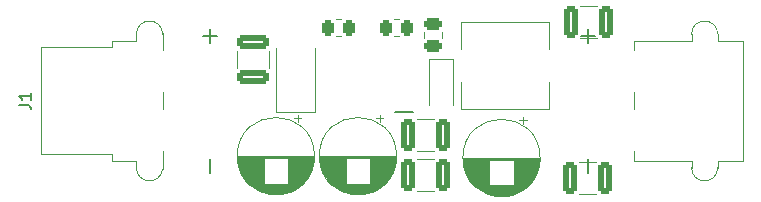
<source format=gto>
G04 #@! TF.GenerationSoftware,KiCad,Pcbnew,(5.99.0-10682-g4bb4606811)*
G04 #@! TF.CreationDate,2021-06-09T14:52:46+02:00*
G04 #@! TF.ProjectId,xl7005-module,786c3730-3035-42d6-9d6f-64756c652e6b,rev?*
G04 #@! TF.SameCoordinates,Original*
G04 #@! TF.FileFunction,Legend,Top*
G04 #@! TF.FilePolarity,Positive*
%FSLAX46Y46*%
G04 Gerber Fmt 4.6, Leading zero omitted, Abs format (unit mm)*
G04 Created by KiCad (PCBNEW (5.99.0-10682-g4bb4606811)) date 2021-06-09 14:52:46*
%MOMM*%
%LPD*%
G01*
G04 APERTURE LIST*
G04 Aperture macros list*
%AMRoundRect*
0 Rectangle with rounded corners*
0 $1 Rounding radius*
0 $2 $3 $4 $5 $6 $7 $8 $9 X,Y pos of 4 corners*
0 Add a 4 corners polygon primitive as box body*
4,1,4,$2,$3,$4,$5,$6,$7,$8,$9,$2,$3,0*
0 Add four circle primitives for the rounded corners*
1,1,$1+$1,$2,$3*
1,1,$1+$1,$4,$5*
1,1,$1+$1,$6,$7*
1,1,$1+$1,$8,$9*
0 Add four rect primitives between the rounded corners*
20,1,$1+$1,$2,$3,$4,$5,0*
20,1,$1+$1,$4,$5,$6,$7,0*
20,1,$1+$1,$6,$7,$8,$9,0*
20,1,$1+$1,$8,$9,$2,$3,0*%
G04 Aperture macros list end*
%ADD10C,0.150000*%
%ADD11C,0.120000*%
%ADD12C,0.200000*%
%ADD13C,1.400000*%
%ADD14R,3.500000X3.500000*%
%ADD15C,3.500000*%
%ADD16R,1.525000X0.700000*%
%ADD17R,2.513000X3.402000*%
%ADD18R,1.600000X1.600000*%
%ADD19C,1.600000*%
%ADD20RoundRect,0.250000X-0.325000X-1.100000X0.325000X-1.100000X0.325000X1.100000X-0.325000X1.100000X0*%
%ADD21RoundRect,0.250000X0.262500X0.450000X-0.262500X0.450000X-0.262500X-0.450000X0.262500X-0.450000X0*%
%ADD22R,1.500000X2.200000*%
%ADD23R,1.200000X0.900000*%
%ADD24RoundRect,0.250000X-1.075000X0.312500X-1.075000X-0.312500X1.075000X-0.312500X1.075000X0.312500X0*%
%ADD25R,1.800000X2.500000*%
%ADD26RoundRect,0.250000X-0.475000X0.250000X-0.475000X-0.250000X0.475000X-0.250000X0.475000X0.250000X0*%
G04 APERTURE END LIST*
D10*
X166607142Y-74071428D02*
X166607142Y-72928571D01*
X166607142Y-63071428D02*
X166607142Y-61928571D01*
X167178571Y-62500000D02*
X166035714Y-62500000D01*
X118452380Y-68333333D02*
X119166666Y-68333333D01*
X119309523Y-68380952D01*
X119404761Y-68476190D01*
X119452380Y-68619047D01*
X119452380Y-68714285D01*
X119452380Y-67333333D02*
X119452380Y-67904761D01*
X119452380Y-67619047D02*
X118452380Y-67619047D01*
X118595238Y-67714285D01*
X118690476Y-67809523D01*
X118738095Y-67904761D01*
X134607142Y-74071428D02*
X134607142Y-72928571D01*
X134607142Y-63071428D02*
X134607142Y-61928571D01*
X135178571Y-62500000D02*
X134035714Y-62500000D01*
D11*
X170490000Y-62940000D02*
X170490000Y-73060000D01*
X175390000Y-62940000D02*
X170490000Y-62940000D01*
X179710000Y-62940000D02*
X179710000Y-73060000D01*
X179710000Y-73060000D02*
X177610000Y-73060000D01*
X179710000Y-62940000D02*
X177610000Y-62940000D01*
X177610000Y-73060000D02*
X177610000Y-73650000D01*
X175390000Y-73060000D02*
X170490000Y-73060000D01*
X175390000Y-73060000D02*
X175390000Y-73650000D01*
X177610000Y-62350000D02*
X177610000Y-62940000D01*
X175390000Y-62350000D02*
X175390000Y-62940000D01*
X177610000Y-73650000D02*
G75*
G02*
X175390000Y-73650000I-1110000J0D01*
G01*
X175390000Y-62350000D02*
G75*
G02*
X177610000Y-62350000I1110000J0D01*
G01*
D12*
X151825000Y-68905000D02*
X150300000Y-68905000D01*
D11*
X143286000Y-73628621D02*
X141240000Y-73628621D01*
X139160000Y-74588621D02*
X137593000Y-74588621D01*
X142966000Y-74348621D02*
X141240000Y-74348621D01*
X139160000Y-73468621D02*
X137069000Y-73468621D01*
X141781000Y-75508621D02*
X138619000Y-75508621D01*
X143233000Y-73788621D02*
X141240000Y-73788621D01*
X139160000Y-74628621D02*
X137622000Y-74628621D01*
X139160000Y-73388621D02*
X137050000Y-73388621D01*
X141709000Y-75548621D02*
X138691000Y-75548621D01*
X139160000Y-74228621D02*
X137366000Y-74228621D01*
X139160000Y-73868621D02*
X137198000Y-73868621D01*
X143056000Y-74188621D02*
X141240000Y-74188621D01*
X139160000Y-73748621D02*
X137153000Y-73748621D01*
X143359000Y-73347621D02*
X141240000Y-73347621D01*
X142684000Y-74748621D02*
X141240000Y-74748621D01*
X141002000Y-75828621D02*
X139398000Y-75828621D01*
X139160000Y-74308621D02*
X137410000Y-74308621D01*
X139160000Y-73267621D02*
X137025000Y-73267621D01*
X139160000Y-73988621D02*
X137248000Y-73988621D01*
X142650000Y-74788621D02*
X141240000Y-74788621D01*
X142543000Y-74908621D02*
X141240000Y-74908621D01*
X143116000Y-74068621D02*
X141240000Y-74068621D01*
X139160000Y-74708621D02*
X137684000Y-74708621D01*
X139160000Y-73187621D02*
X137011000Y-73187621D01*
X139160000Y-74548621D02*
X137564000Y-74548621D01*
X139160000Y-73307621D02*
X137033000Y-73307621D01*
X139160000Y-73027621D02*
X136989000Y-73027621D01*
X139160000Y-74908621D02*
X137857000Y-74908621D01*
X141259000Y-75748621D02*
X139141000Y-75748621D01*
X143428000Y-72787621D02*
X136972000Y-72787621D01*
X141462000Y-75668621D02*
X138938000Y-75668621D01*
X142836000Y-74548621D02*
X141240000Y-74548621D01*
X141850000Y-75468621D02*
X138550000Y-75468621D01*
X141632000Y-75588621D02*
X138768000Y-75588621D01*
X142039000Y-69167380D02*
X142039000Y-69797380D01*
X141976000Y-75388621D02*
X138424000Y-75388621D01*
X139160000Y-73788621D02*
X137167000Y-73788621D01*
X142337000Y-75108621D02*
X138063000Y-75108621D01*
X140833000Y-75868621D02*
X139567000Y-75868621D01*
X143424000Y-72867621D02*
X136976000Y-72867621D01*
X142424000Y-75028621D02*
X137976000Y-75028621D01*
X143406000Y-73067621D02*
X141240000Y-73067621D01*
X143261000Y-73708621D02*
X141240000Y-73708621D01*
X143170000Y-73948621D02*
X141240000Y-73948621D01*
X141914000Y-75428621D02*
X138486000Y-75428621D01*
X139160000Y-73347621D02*
X137041000Y-73347621D01*
X142864000Y-74508621D02*
X141240000Y-74508621D01*
X139160000Y-72907621D02*
X136978000Y-72907621D01*
X143247000Y-73748621D02*
X141240000Y-73748621D01*
X140602000Y-75908621D02*
X139798000Y-75908621D01*
X142354000Y-69482380D02*
X141724000Y-69482380D01*
X143202000Y-73868621D02*
X141240000Y-73868621D01*
X139160000Y-74428621D02*
X137484000Y-74428621D01*
X142890000Y-74468621D02*
X141240000Y-74468621D01*
X142580000Y-74868621D02*
X141240000Y-74868621D01*
X139160000Y-74948621D02*
X137895000Y-74948621D01*
X142144000Y-75268621D02*
X138256000Y-75268621D01*
X142244000Y-75188621D02*
X138156000Y-75188621D01*
X139160000Y-73668621D02*
X137126000Y-73668621D01*
X139160000Y-73067621D02*
X136994000Y-73067621D01*
X139160000Y-74668621D02*
X137652000Y-74668621D01*
X143430000Y-72707621D02*
X136970000Y-72707621D01*
X143096000Y-74108621D02*
X141240000Y-74108621D01*
X142616000Y-74828621D02*
X141240000Y-74828621D01*
X143186000Y-73908621D02*
X141240000Y-73908621D01*
X143218000Y-73828621D02*
X141240000Y-73828621D01*
X139160000Y-73227621D02*
X137018000Y-73227621D01*
X139160000Y-74468621D02*
X137510000Y-74468621D01*
X139160000Y-73508621D02*
X137079000Y-73508621D01*
X143310000Y-73548621D02*
X141240000Y-73548621D01*
X143427000Y-72827621D02*
X136973000Y-72827621D01*
X139160000Y-74268621D02*
X137388000Y-74268621D01*
X139160000Y-74868621D02*
X137820000Y-74868621D01*
X142292000Y-75148621D02*
X138108000Y-75148621D01*
X143367000Y-73307621D02*
X141240000Y-73307621D01*
X143298000Y-73588621D02*
X141240000Y-73588621D01*
X143430000Y-72667621D02*
X136970000Y-72667621D01*
X143034000Y-74228621D02*
X141240000Y-74228621D01*
X142090000Y-75308621D02*
X138310000Y-75308621D01*
X143134000Y-74028621D02*
X141240000Y-74028621D01*
X141140000Y-75788621D02*
X139260000Y-75788621D01*
X142990000Y-74308621D02*
X141240000Y-74308621D01*
X139160000Y-73708621D02*
X137139000Y-73708621D01*
X139160000Y-73548621D02*
X137090000Y-73548621D01*
X142195000Y-75228621D02*
X138205000Y-75228621D01*
X139160000Y-74148621D02*
X137324000Y-74148621D01*
X139160000Y-74068621D02*
X137284000Y-74068621D01*
X139160000Y-74028621D02*
X137266000Y-74028621D01*
X139160000Y-74388621D02*
X137458000Y-74388621D01*
X142716000Y-74708621D02*
X141240000Y-74708621D01*
X139160000Y-74108621D02*
X137304000Y-74108621D01*
X142942000Y-74388621D02*
X141240000Y-74388621D01*
X141550000Y-75628621D02*
X138850000Y-75628621D01*
X143350000Y-73388621D02*
X141240000Y-73388621D01*
X142916000Y-74428621D02*
X141240000Y-74428621D01*
X143152000Y-73988621D02*
X141240000Y-73988621D01*
X139160000Y-74188621D02*
X137344000Y-74188621D01*
X142465000Y-74988621D02*
X137935000Y-74988621D01*
X139160000Y-74788621D02*
X137750000Y-74788621D01*
X143341000Y-73428621D02*
X141240000Y-73428621D01*
X139160000Y-72987621D02*
X136985000Y-72987621D01*
X143395000Y-73147621D02*
X141240000Y-73147621D01*
X143430000Y-72747621D02*
X136970000Y-72747621D01*
X139160000Y-73948621D02*
X137230000Y-73948621D01*
X143321000Y-73508621D02*
X141240000Y-73508621D01*
X139160000Y-73107621D02*
X136999000Y-73107621D01*
X143331000Y-73468621D02*
X141240000Y-73468621D01*
X143401000Y-73107621D02*
X141240000Y-73107621D01*
X143422000Y-72907621D02*
X141240000Y-72907621D01*
X143076000Y-74148621D02*
X141240000Y-74148621D01*
X139160000Y-73628621D02*
X137114000Y-73628621D01*
X139160000Y-73828621D02*
X137182000Y-73828621D01*
X142505000Y-74948621D02*
X141240000Y-74948621D01*
X142748000Y-74668621D02*
X141240000Y-74668621D01*
X139160000Y-74348621D02*
X137434000Y-74348621D01*
X143418000Y-72947621D02*
X141240000Y-72947621D01*
X142034000Y-75348621D02*
X138366000Y-75348621D01*
X139160000Y-73588621D02*
X137102000Y-73588621D01*
X139160000Y-72947621D02*
X136982000Y-72947621D01*
X142778000Y-74628621D02*
X141240000Y-74628621D01*
X143411000Y-73027621D02*
X141240000Y-73027621D01*
X139160000Y-74508621D02*
X137536000Y-74508621D01*
X139160000Y-74828621D02*
X137784000Y-74828621D01*
X143389000Y-73187621D02*
X141240000Y-73187621D01*
X141365000Y-75708621D02*
X139035000Y-75708621D01*
X143274000Y-73668621D02*
X141240000Y-73668621D01*
X143012000Y-74268621D02*
X141240000Y-74268621D01*
X143375000Y-73267621D02*
X141240000Y-73267621D01*
X139160000Y-74748621D02*
X137716000Y-74748621D01*
X143382000Y-73227621D02*
X141240000Y-73227621D01*
X142807000Y-74588621D02*
X141240000Y-74588621D01*
X139160000Y-73147621D02*
X137005000Y-73147621D01*
X139160000Y-73428621D02*
X137059000Y-73428621D01*
X139160000Y-73908621D02*
X137214000Y-73908621D01*
X142382000Y-75068621D02*
X138018000Y-75068621D01*
X143415000Y-72987621D02*
X141240000Y-72987621D01*
X143470000Y-72667621D02*
G75*
G03*
X143470000Y-72667621I-3270000J0D01*
G01*
X158260000Y-73217621D02*
X156094000Y-73217621D01*
X162450000Y-73538621D02*
X160340000Y-73538621D01*
X158260000Y-73377621D02*
X156118000Y-73377621D01*
X158260000Y-74498621D02*
X156534000Y-74498621D01*
X158260000Y-74738621D02*
X156693000Y-74738621D01*
X158260000Y-74778621D02*
X156722000Y-74778621D01*
X162511000Y-73177621D02*
X160340000Y-73177621D01*
X158260000Y-74458621D02*
X156510000Y-74458621D01*
X162176000Y-74298621D02*
X160340000Y-74298621D01*
X161139000Y-69317380D02*
X161139000Y-69947380D01*
X162518000Y-73097621D02*
X160340000Y-73097621D01*
X158260000Y-73658621D02*
X156179000Y-73658621D01*
X158260000Y-73978621D02*
X156282000Y-73978621D01*
X161680000Y-75018621D02*
X160340000Y-75018621D01*
X162431000Y-73618621D02*
X160340000Y-73618621D01*
X158260000Y-73097621D02*
X156082000Y-73097621D01*
X158260000Y-74938621D02*
X156850000Y-74938621D01*
X158260000Y-75058621D02*
X156957000Y-75058621D01*
X162234000Y-74178621D02*
X160340000Y-74178621D01*
X158260000Y-73778621D02*
X156214000Y-73778621D01*
X160465000Y-75858621D02*
X158135000Y-75858621D01*
X162489000Y-73337621D02*
X160340000Y-73337621D01*
X161716000Y-74978621D02*
X160340000Y-74978621D01*
X158260000Y-74978621D02*
X156884000Y-74978621D01*
X162495000Y-73297621D02*
X160340000Y-73297621D01*
X161907000Y-74738621D02*
X160340000Y-74738621D01*
X161643000Y-75058621D02*
X160340000Y-75058621D01*
X161878000Y-74778621D02*
X160340000Y-74778621D01*
X158260000Y-75098621D02*
X156995000Y-75098621D01*
X158260000Y-74178621D02*
X156366000Y-74178621D01*
X158260000Y-74618621D02*
X156610000Y-74618621D01*
X161134000Y-75498621D02*
X157466000Y-75498621D01*
X158260000Y-73858621D02*
X156239000Y-73858621D01*
X161076000Y-75538621D02*
X157524000Y-75538621D01*
X158260000Y-73297621D02*
X156105000Y-73297621D01*
X162530000Y-72817621D02*
X156070000Y-72817621D01*
X158260000Y-74258621D02*
X156404000Y-74258621D01*
X158260000Y-74218621D02*
X156384000Y-74218621D01*
X162042000Y-74538621D02*
X160340000Y-74538621D01*
X158260000Y-75018621D02*
X156920000Y-75018621D01*
X162467000Y-73457621D02*
X160340000Y-73457621D01*
X162361000Y-73858621D02*
X160340000Y-73858621D01*
X161014000Y-75578621D02*
X157586000Y-75578621D01*
X162090000Y-74458621D02*
X160340000Y-74458621D01*
X161936000Y-74698621D02*
X160340000Y-74698621D01*
X162515000Y-73137621D02*
X160340000Y-73137621D01*
X162506000Y-73217621D02*
X160340000Y-73217621D01*
X158260000Y-74818621D02*
X156752000Y-74818621D01*
X158260000Y-73137621D02*
X156085000Y-73137621D01*
X159933000Y-76018621D02*
X158667000Y-76018621D01*
X162112000Y-74418621D02*
X160340000Y-74418621D01*
X158260000Y-73257621D02*
X156099000Y-73257621D01*
X161605000Y-75098621D02*
X160340000Y-75098621D01*
X162318000Y-73978621D02*
X160340000Y-73978621D01*
X158260000Y-74338621D02*
X156444000Y-74338621D01*
X159702000Y-76058621D02*
X158898000Y-76058621D01*
X158260000Y-74298621D02*
X156424000Y-74298621D01*
X158260000Y-74578621D02*
X156584000Y-74578621D01*
X162156000Y-74338621D02*
X160340000Y-74338621D01*
X158260000Y-73938621D02*
X156267000Y-73938621D01*
X158260000Y-74378621D02*
X156466000Y-74378621D01*
X158260000Y-73337621D02*
X156111000Y-73337621D01*
X162016000Y-74578621D02*
X160340000Y-74578621D01*
X161344000Y-75338621D02*
X157256000Y-75338621D01*
X158260000Y-73538621D02*
X156150000Y-73538621D01*
X162530000Y-72897621D02*
X156070000Y-72897621D01*
X160240000Y-75938621D02*
X158360000Y-75938621D01*
X162398000Y-73738621D02*
X160340000Y-73738621D01*
X161964000Y-74658621D02*
X160340000Y-74658621D01*
X162347000Y-73898621D02*
X160340000Y-73898621D01*
X162196000Y-74258621D02*
X160340000Y-74258621D01*
X160359000Y-75898621D02*
X158241000Y-75898621D01*
X162522000Y-73057621D02*
X160340000Y-73057621D01*
X162421000Y-73658621D02*
X160340000Y-73658621D01*
X161784000Y-74898621D02*
X160340000Y-74898621D01*
X158260000Y-73618621D02*
X156169000Y-73618621D01*
X162270000Y-74098621D02*
X160340000Y-74098621D01*
X158260000Y-73898621D02*
X156253000Y-73898621D01*
X158260000Y-73057621D02*
X156078000Y-73057621D01*
X158260000Y-74138621D02*
X156348000Y-74138621D01*
X160732000Y-75738621D02*
X157868000Y-75738621D01*
X161750000Y-74938621D02*
X160340000Y-74938621D01*
X161565000Y-75138621D02*
X157035000Y-75138621D01*
X161437000Y-75258621D02*
X157163000Y-75258621D01*
X160102000Y-75978621D02*
X158498000Y-75978621D01*
X162302000Y-74018621D02*
X160340000Y-74018621D01*
X161524000Y-75178621D02*
X157076000Y-75178621D01*
X162530000Y-72857621D02*
X156070000Y-72857621D01*
X158260000Y-73177621D02*
X156089000Y-73177621D01*
X162386000Y-73778621D02*
X160340000Y-73778621D01*
X161454000Y-69632380D02*
X160824000Y-69632380D01*
X162501000Y-73257621D02*
X160340000Y-73257621D01*
X158260000Y-74058621D02*
X156314000Y-74058621D01*
X160650000Y-75778621D02*
X157950000Y-75778621D01*
X158260000Y-73578621D02*
X156159000Y-73578621D01*
X158260000Y-74018621D02*
X156298000Y-74018621D01*
X162286000Y-74058621D02*
X160340000Y-74058621D01*
X158260000Y-73417621D02*
X156125000Y-73417621D01*
X160881000Y-75658621D02*
X157719000Y-75658621D01*
X161816000Y-74858621D02*
X160340000Y-74858621D01*
X162410000Y-73698621D02*
X160340000Y-73698621D01*
X158260000Y-74658621D02*
X156636000Y-74658621D01*
X158260000Y-74418621D02*
X156488000Y-74418621D01*
X162475000Y-73417621D02*
X160340000Y-73417621D01*
X162527000Y-72977621D02*
X156073000Y-72977621D01*
X162459000Y-73497621D02*
X160340000Y-73497621D01*
X162524000Y-73017621D02*
X156076000Y-73017621D01*
X160809000Y-75698621D02*
X157791000Y-75698621D01*
X162441000Y-73578621D02*
X160340000Y-73578621D01*
X162528000Y-72937621D02*
X156072000Y-72937621D01*
X162374000Y-73818621D02*
X160340000Y-73818621D01*
X161244000Y-75418621D02*
X157356000Y-75418621D01*
X160562000Y-75818621D02*
X158038000Y-75818621D01*
X161990000Y-74618621D02*
X160340000Y-74618621D01*
X162482000Y-73377621D02*
X160340000Y-73377621D01*
X161190000Y-75458621D02*
X157410000Y-75458621D01*
X158260000Y-74538621D02*
X156558000Y-74538621D01*
X162333000Y-73938621D02*
X160340000Y-73938621D01*
X160950000Y-75618621D02*
X157650000Y-75618621D01*
X162252000Y-74138621D02*
X160340000Y-74138621D01*
X158260000Y-74698621D02*
X156664000Y-74698621D01*
X162216000Y-74218621D02*
X160340000Y-74218621D01*
X161295000Y-75378621D02*
X157305000Y-75378621D01*
X158260000Y-73818621D02*
X156226000Y-73818621D01*
X162134000Y-74378621D02*
X160340000Y-74378621D01*
X158260000Y-73497621D02*
X156141000Y-73497621D01*
X161848000Y-74818621D02*
X160340000Y-74818621D01*
X161482000Y-75218621D02*
X157118000Y-75218621D01*
X158260000Y-73698621D02*
X156190000Y-73698621D01*
X162066000Y-74498621D02*
X160340000Y-74498621D01*
X161392000Y-75298621D02*
X157208000Y-75298621D01*
X158260000Y-74898621D02*
X156816000Y-74898621D01*
X158260000Y-74098621D02*
X156330000Y-74098621D01*
X158260000Y-73457621D02*
X156133000Y-73457621D01*
X158260000Y-74858621D02*
X156784000Y-74858621D01*
X158260000Y-73738621D02*
X156202000Y-73738621D01*
X162570000Y-72817621D02*
G75*
G03*
X162570000Y-72817621I-3270000J0D01*
G01*
X152188748Y-69540000D02*
X153611252Y-69540000D01*
X152188748Y-72260000D02*
X153611252Y-72260000D01*
X152188748Y-75660000D02*
X153611252Y-75660000D01*
X152188748Y-72940000D02*
X153611252Y-72940000D01*
X150627064Y-61065000D02*
X150172936Y-61065000D01*
X150627064Y-62535000D02*
X150172936Y-62535000D01*
X163300000Y-66400000D02*
X163300000Y-68700000D01*
X163300000Y-61300000D02*
X163300000Y-63600000D01*
X155900000Y-63600000D02*
X155900000Y-61300000D01*
X163300000Y-68700000D02*
X155900000Y-68700000D01*
X155900000Y-68700000D02*
X155900000Y-66400000D01*
X155900000Y-61300000D02*
X163300000Y-61300000D01*
X155200000Y-64450000D02*
X153200000Y-64450000D01*
X153200000Y-64450000D02*
X153200000Y-68350000D01*
X155200000Y-64450000D02*
X155200000Y-68350000D01*
X139655000Y-63776263D02*
X139655000Y-65223737D01*
X136945000Y-63776263D02*
X136945000Y-65223737D01*
X146110000Y-73828621D02*
X144132000Y-73828621D01*
X149566000Y-74828621D02*
X148190000Y-74828621D01*
X149940000Y-74308621D02*
X148190000Y-74308621D01*
X150168000Y-73828621D02*
X148190000Y-73828621D01*
X150224000Y-73668621D02*
X148190000Y-73668621D01*
X150300000Y-73388621D02*
X148190000Y-73388621D01*
X146110000Y-72987621D02*
X143935000Y-72987621D01*
X150006000Y-74188621D02*
X148190000Y-74188621D01*
X148315000Y-75708621D02*
X145985000Y-75708621D01*
X149757000Y-74588621D02*
X148190000Y-74588621D01*
X150271000Y-73508621D02*
X148190000Y-73508621D01*
X146110000Y-74548621D02*
X144514000Y-74548621D01*
X148926000Y-75388621D02*
X145374000Y-75388621D01*
X150380000Y-72667621D02*
X143920000Y-72667621D01*
X148090000Y-75788621D02*
X146210000Y-75788621D01*
X149332000Y-75068621D02*
X144968000Y-75068621D01*
X147552000Y-75908621D02*
X146748000Y-75908621D01*
X149728000Y-74628621D02*
X148190000Y-74628621D01*
X146110000Y-73347621D02*
X143991000Y-73347621D01*
X148989000Y-69167380D02*
X148989000Y-69797380D01*
X150281000Y-73468621D02*
X148190000Y-73468621D01*
X146110000Y-74588621D02*
X144543000Y-74588621D01*
X150380000Y-72747621D02*
X143920000Y-72747621D01*
X146110000Y-74628621D02*
X144572000Y-74628621D01*
X150356000Y-73067621D02*
X148190000Y-73067621D01*
X150026000Y-74148621D02*
X148190000Y-74148621D01*
X149287000Y-75108621D02*
X145013000Y-75108621D01*
X146110000Y-74788621D02*
X144700000Y-74788621D01*
X150236000Y-73628621D02*
X148190000Y-73628621D01*
X146110000Y-72947621D02*
X143932000Y-72947621D01*
X146110000Y-74188621D02*
X144294000Y-74188621D01*
X150066000Y-74068621D02*
X148190000Y-74068621D01*
X150260000Y-73548621D02*
X148190000Y-73548621D01*
X149634000Y-74748621D02*
X148190000Y-74748621D01*
X146110000Y-73428621D02*
X144009000Y-73428621D01*
X149892000Y-74388621D02*
X148190000Y-74388621D01*
X146110000Y-74388621D02*
X144408000Y-74388621D01*
X146110000Y-74708621D02*
X144634000Y-74708621D01*
X146110000Y-73908621D02*
X144164000Y-73908621D01*
X149866000Y-74428621D02*
X148190000Y-74428621D01*
X146110000Y-74108621D02*
X144254000Y-74108621D01*
X149040000Y-75308621D02*
X145260000Y-75308621D01*
X146110000Y-74508621D02*
X144486000Y-74508621D01*
X146110000Y-73067621D02*
X143944000Y-73067621D01*
X146110000Y-74908621D02*
X144807000Y-74908621D01*
X146110000Y-73388621D02*
X144000000Y-73388621D01*
X149786000Y-74548621D02*
X148190000Y-74548621D01*
X150374000Y-72867621D02*
X143926000Y-72867621D01*
X150317000Y-73307621D02*
X148190000Y-73307621D01*
X150183000Y-73788621D02*
X148190000Y-73788621D01*
X150309000Y-73347621D02*
X148190000Y-73347621D01*
X150136000Y-73908621D02*
X148190000Y-73908621D01*
X149374000Y-75028621D02*
X144926000Y-75028621D01*
X150120000Y-73948621D02*
X148190000Y-73948621D01*
X149698000Y-74668621D02*
X148190000Y-74668621D01*
X150046000Y-74108621D02*
X148190000Y-74108621D01*
X149962000Y-74268621D02*
X148190000Y-74268621D01*
X149840000Y-74468621D02*
X148190000Y-74468621D01*
X150248000Y-73588621D02*
X148190000Y-73588621D01*
X149145000Y-75228621D02*
X145155000Y-75228621D01*
X146110000Y-73227621D02*
X143968000Y-73227621D01*
X147952000Y-75828621D02*
X146348000Y-75828621D01*
X150211000Y-73708621D02*
X148190000Y-73708621D01*
X148209000Y-75748621D02*
X146091000Y-75748621D01*
X150325000Y-73267621D02*
X148190000Y-73267621D01*
X146110000Y-74148621D02*
X144274000Y-74148621D01*
X149493000Y-74908621D02*
X148190000Y-74908621D01*
X146110000Y-74468621D02*
X144460000Y-74468621D01*
X146110000Y-73748621D02*
X144103000Y-73748621D01*
X149666000Y-74708621D02*
X148190000Y-74708621D01*
X150351000Y-73107621D02*
X148190000Y-73107621D01*
X146110000Y-73988621D02*
X144198000Y-73988621D01*
X149304000Y-69482380D02*
X148674000Y-69482380D01*
X149242000Y-75148621D02*
X145058000Y-75148621D01*
X148984000Y-75348621D02*
X145316000Y-75348621D01*
X146110000Y-73307621D02*
X143983000Y-73307621D01*
X148864000Y-75428621D02*
X145436000Y-75428621D01*
X149600000Y-74788621D02*
X148190000Y-74788621D01*
X150368000Y-72947621D02*
X148190000Y-72947621D01*
X150339000Y-73187621D02*
X148190000Y-73187621D01*
X146110000Y-74428621D02*
X144434000Y-74428621D01*
X146110000Y-74068621D02*
X144234000Y-74068621D01*
X149194000Y-75188621D02*
X145106000Y-75188621D01*
X147783000Y-75868621D02*
X146517000Y-75868621D01*
X146110000Y-73588621D02*
X144052000Y-73588621D01*
X146110000Y-74268621D02*
X144338000Y-74268621D01*
X150345000Y-73147621D02*
X148190000Y-73147621D01*
X150365000Y-72987621D02*
X148190000Y-72987621D01*
X146110000Y-73948621D02*
X144180000Y-73948621D01*
X146110000Y-74228621D02*
X144316000Y-74228621D01*
X146110000Y-74308621D02*
X144360000Y-74308621D01*
X148731000Y-75508621D02*
X145569000Y-75508621D01*
X146110000Y-73868621D02*
X144148000Y-73868621D01*
X146110000Y-74828621D02*
X144734000Y-74828621D01*
X150291000Y-73428621D02*
X148190000Y-73428621D01*
X146110000Y-74948621D02*
X144845000Y-74948621D01*
X149455000Y-74948621D02*
X148190000Y-74948621D01*
X146110000Y-73107621D02*
X143949000Y-73107621D01*
X146110000Y-74868621D02*
X144770000Y-74868621D01*
X146110000Y-73668621D02*
X144076000Y-73668621D01*
X150332000Y-73227621D02*
X148190000Y-73227621D01*
X146110000Y-73628621D02*
X144064000Y-73628621D01*
X150152000Y-73868621D02*
X148190000Y-73868621D01*
X146110000Y-73788621D02*
X144117000Y-73788621D01*
X149984000Y-74228621D02*
X148190000Y-74228621D01*
X146110000Y-74748621D02*
X144666000Y-74748621D01*
X149814000Y-74508621D02*
X148190000Y-74508621D01*
X148800000Y-75468621D02*
X145500000Y-75468621D01*
X146110000Y-73147621D02*
X143955000Y-73147621D01*
X150361000Y-73027621D02*
X148190000Y-73027621D01*
X146110000Y-73267621D02*
X143975000Y-73267621D01*
X146110000Y-73548621D02*
X144040000Y-73548621D01*
X148582000Y-75588621D02*
X145718000Y-75588621D01*
X149916000Y-74348621D02*
X148190000Y-74348621D01*
X146110000Y-74348621D02*
X144384000Y-74348621D01*
X146110000Y-73468621D02*
X144019000Y-73468621D01*
X150378000Y-72787621D02*
X143922000Y-72787621D01*
X148659000Y-75548621D02*
X145641000Y-75548621D01*
X150377000Y-72827621D02*
X143923000Y-72827621D01*
X148412000Y-75668621D02*
X145888000Y-75668621D01*
X146110000Y-73187621D02*
X143961000Y-73187621D01*
X150197000Y-73748621D02*
X148190000Y-73748621D01*
X146110000Y-74668621D02*
X144602000Y-74668621D01*
X150372000Y-72907621D02*
X148190000Y-72907621D01*
X146110000Y-72907621D02*
X143928000Y-72907621D01*
X149530000Y-74868621D02*
X148190000Y-74868621D01*
X146110000Y-73508621D02*
X144029000Y-73508621D01*
X146110000Y-73027621D02*
X143939000Y-73027621D01*
X148500000Y-75628621D02*
X145800000Y-75628621D01*
X146110000Y-74028621D02*
X144216000Y-74028621D01*
X150084000Y-74028621D02*
X148190000Y-74028621D01*
X149094000Y-75268621D02*
X145206000Y-75268621D01*
X149415000Y-74988621D02*
X144885000Y-74988621D01*
X150102000Y-73988621D02*
X148190000Y-73988621D01*
X146110000Y-73708621D02*
X144089000Y-73708621D01*
X150380000Y-72707621D02*
X143920000Y-72707621D01*
X150420000Y-72667621D02*
G75*
G03*
X150420000Y-72667621I-3270000J0D01*
G01*
X165888748Y-75910000D02*
X167311252Y-75910000D01*
X165888748Y-73190000D02*
X167311252Y-73190000D01*
X143550000Y-68900000D02*
X143550000Y-63500000D01*
X140250000Y-68900000D02*
X143550000Y-68900000D01*
X140250000Y-68900000D02*
X140250000Y-63500000D01*
X126340000Y-62940000D02*
X128390000Y-62940000D01*
X120340000Y-72530000D02*
X126340000Y-72530000D01*
X126340000Y-73060000D02*
X128390000Y-73060000D01*
X126340000Y-63470000D02*
X126340000Y-62940000D01*
X128390000Y-62940000D02*
X128390000Y-62240000D01*
X120340000Y-72530000D02*
X120340000Y-63500000D01*
X120340000Y-63470000D02*
X126340000Y-63470000D01*
X128390000Y-73760000D02*
X128390000Y-73060000D01*
X126340000Y-73060000D02*
X126340000Y-72530000D01*
X130610000Y-73760000D02*
X130610000Y-62240000D01*
X130596635Y-73821729D02*
G75*
G02*
X128390000Y-73650000I-1096635J171729D01*
G01*
X128390000Y-62350000D02*
G75*
G02*
X130610000Y-62350000I1110000J0D01*
G01*
X145727064Y-61065000D02*
X145272936Y-61065000D01*
X145727064Y-62535000D02*
X145272936Y-62535000D01*
X154235000Y-62138748D02*
X154235000Y-62661252D01*
X152765000Y-62138748D02*
X152765000Y-62661252D01*
X165938748Y-62660000D02*
X167361252Y-62660000D01*
X165938748Y-59940000D02*
X167361252Y-59940000D01*
%LPC*%
D13*
X176500000Y-62500000D03*
X176500000Y-73500000D03*
D14*
X166500000Y-70500000D03*
D15*
X166500000Y-65500000D03*
D16*
X151062000Y-68205000D03*
X151062000Y-66935000D03*
X151062000Y-65665000D03*
X151062000Y-64395000D03*
X145638000Y-64395000D03*
X145638000Y-65665000D03*
X145638000Y-66935000D03*
X145638000Y-68205000D03*
D17*
X148350000Y-66300000D03*
D18*
X140200000Y-71417621D03*
D19*
X140200000Y-73917621D03*
D18*
X159300000Y-71567621D03*
D19*
X159300000Y-74067621D03*
D20*
X151425000Y-70900000D03*
X154375000Y-70900000D03*
X151425000Y-74300000D03*
X154375000Y-74300000D03*
D21*
X151312500Y-61800000D03*
X149487500Y-61800000D03*
D22*
X162800000Y-65000000D03*
X156400000Y-65000000D03*
D23*
X154200000Y-65050000D03*
X154200000Y-68350000D03*
D24*
X138300000Y-63037500D03*
X138300000Y-65962500D03*
D18*
X147150000Y-71417621D03*
D19*
X147150000Y-73917621D03*
D20*
X168075000Y-74550000D03*
X165125000Y-74550000D03*
D25*
X141900000Y-67500000D03*
X141900000Y-63500000D03*
D13*
X129500000Y-73500000D03*
X129500000Y-62500000D03*
D14*
X134500000Y-70500000D03*
D15*
X134500000Y-65500000D03*
D21*
X146412500Y-61800000D03*
X144587500Y-61800000D03*
D26*
X153500000Y-61450000D03*
X153500000Y-63350000D03*
D20*
X165175000Y-61300000D03*
X168125000Y-61300000D03*
G36*
X172362170Y-68752421D02*
G01*
X172421089Y-68764140D01*
X172466512Y-68782955D01*
X172505939Y-68809300D01*
X172540700Y-68844061D01*
X172567045Y-68883488D01*
X172585860Y-68928911D01*
X172597579Y-68987830D01*
X172600000Y-69012410D01*
X172600000Y-71987590D01*
X172597579Y-72012170D01*
X172585860Y-72071089D01*
X172567045Y-72116512D01*
X172540700Y-72155939D01*
X172505939Y-72190700D01*
X172466512Y-72217045D01*
X172421089Y-72235860D01*
X172362170Y-72247579D01*
X172337590Y-72250000D01*
X166312410Y-72250000D01*
X166287830Y-72247579D01*
X166228911Y-72235860D01*
X166183488Y-72217045D01*
X166144061Y-72190700D01*
X166109300Y-72155939D01*
X166082955Y-72116512D01*
X166064140Y-72071089D01*
X166052421Y-72012170D01*
X166050000Y-71987590D01*
X166050000Y-69012410D01*
X166052421Y-68987830D01*
X166064140Y-68928911D01*
X166082955Y-68883488D01*
X166109300Y-68844061D01*
X166144061Y-68809300D01*
X166183488Y-68782955D01*
X166228911Y-68764140D01*
X166287830Y-68752421D01*
X166312410Y-68750000D01*
X172337590Y-68750000D01*
X172362170Y-68752421D01*
G37*
G36*
X134612170Y-68752421D02*
G01*
X134671089Y-68764140D01*
X134716512Y-68782955D01*
X134755939Y-68809300D01*
X134790700Y-68844061D01*
X134817045Y-68883488D01*
X134835860Y-68928911D01*
X134847579Y-68987830D01*
X134850000Y-69012410D01*
X134850000Y-71987590D01*
X134847579Y-72012170D01*
X134835860Y-72071089D01*
X134817045Y-72116512D01*
X134790700Y-72155939D01*
X134755939Y-72190700D01*
X134716512Y-72217045D01*
X134671089Y-72235860D01*
X134612170Y-72247579D01*
X134587590Y-72250000D01*
X129162410Y-72250000D01*
X129137830Y-72247579D01*
X129078911Y-72235860D01*
X129033488Y-72217045D01*
X128994061Y-72190700D01*
X128959300Y-72155939D01*
X128932955Y-72116512D01*
X128914140Y-72071089D01*
X128902421Y-72012170D01*
X128900000Y-71987590D01*
X128900000Y-69012410D01*
X128902421Y-68987830D01*
X128914140Y-68928911D01*
X128932955Y-68883488D01*
X128959300Y-68844061D01*
X128994061Y-68809300D01*
X129033488Y-68782955D01*
X129078911Y-68764140D01*
X129137830Y-68752421D01*
X129162410Y-68750000D01*
X134587590Y-68750000D01*
X134612170Y-68752421D01*
G37*
G36*
X172362170Y-63752421D02*
G01*
X172421089Y-63764140D01*
X172466512Y-63782955D01*
X172505939Y-63809300D01*
X172540700Y-63844061D01*
X172567045Y-63883488D01*
X172585860Y-63928911D01*
X172597579Y-63987830D01*
X172600000Y-64012410D01*
X172600000Y-66987590D01*
X172597579Y-67012170D01*
X172585860Y-67071089D01*
X172567045Y-67116512D01*
X172540700Y-67155939D01*
X172505939Y-67190700D01*
X172466512Y-67217045D01*
X172421089Y-67235860D01*
X172362170Y-67247579D01*
X172337590Y-67250000D01*
X166312410Y-67250000D01*
X166287830Y-67247579D01*
X166228911Y-67235860D01*
X166183488Y-67217045D01*
X166144061Y-67190700D01*
X166109300Y-67155939D01*
X166082955Y-67116512D01*
X166064140Y-67071089D01*
X166052421Y-67012170D01*
X166050000Y-66987590D01*
X166050000Y-64012410D01*
X166052421Y-63987830D01*
X166064140Y-63928911D01*
X166082955Y-63883488D01*
X166109300Y-63844061D01*
X166144061Y-63809300D01*
X166183488Y-63782955D01*
X166228911Y-63764140D01*
X166287830Y-63752421D01*
X166312410Y-63750000D01*
X172337590Y-63750000D01*
X172362170Y-63752421D01*
G37*
G36*
X134612170Y-63752421D02*
G01*
X134671089Y-63764140D01*
X134716512Y-63782955D01*
X134755939Y-63809300D01*
X134790700Y-63844061D01*
X134817045Y-63883488D01*
X134835860Y-63928911D01*
X134847579Y-63987830D01*
X134850000Y-64012410D01*
X134850000Y-66987590D01*
X134847579Y-67012170D01*
X134835860Y-67071089D01*
X134817045Y-67116512D01*
X134790700Y-67155939D01*
X134755939Y-67190700D01*
X134716512Y-67217045D01*
X134671089Y-67235860D01*
X134612170Y-67247579D01*
X134587590Y-67250000D01*
X129162410Y-67250000D01*
X129137830Y-67247579D01*
X129078911Y-67235860D01*
X129033488Y-67217045D01*
X128994061Y-67190700D01*
X128959300Y-67155939D01*
X128932955Y-67116512D01*
X128914140Y-67071089D01*
X128902421Y-67012170D01*
X128900000Y-66987590D01*
X128900000Y-64012410D01*
X128902421Y-63987830D01*
X128914140Y-63928911D01*
X128932955Y-63883488D01*
X128959300Y-63844061D01*
X128994061Y-63809300D01*
X129033488Y-63782955D01*
X129078911Y-63764140D01*
X129137830Y-63752421D01*
X129162410Y-63750000D01*
X134587590Y-63750000D01*
X134612170Y-63752421D01*
G37*
M02*

</source>
